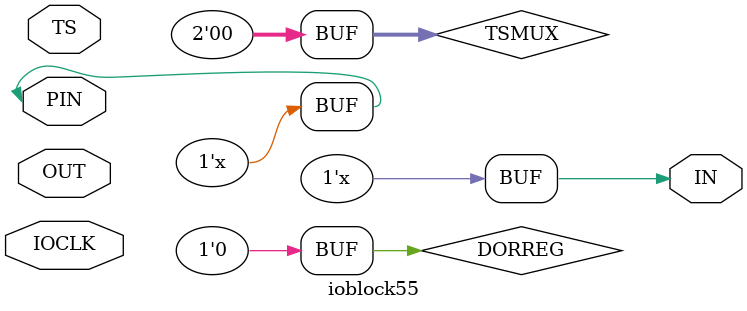
<source format=v>
module ioblock55(
	       inout  PIN,
	       input  TS,
	       input  OUT,
	       output IN,
	       input IOCLK
	       );
   
   reg 		     D;
   reg [2-1:0] 	     TSMUX;
   reg 		     DORREG;

   assign PIN = ( TSMUX == 2'b00 ) ? 1'bz : (( TSMUX == 2'b01 && TS == 1'b1 ) ? OUT : (( TSMUX == 2'b01 && TS == 1'b0 ) ? 1'bz : OUT));
   assign IN  = ( DORREG == 1'b0 ) ? PIN  : D;
   
   initial
     begin
	D=1'b0;
	TSMUX=2'b00;
	DORREG=1'b0;
     end
   
   always @(posedge IOCLK) D=PIN;
   
endmodule       

</source>
